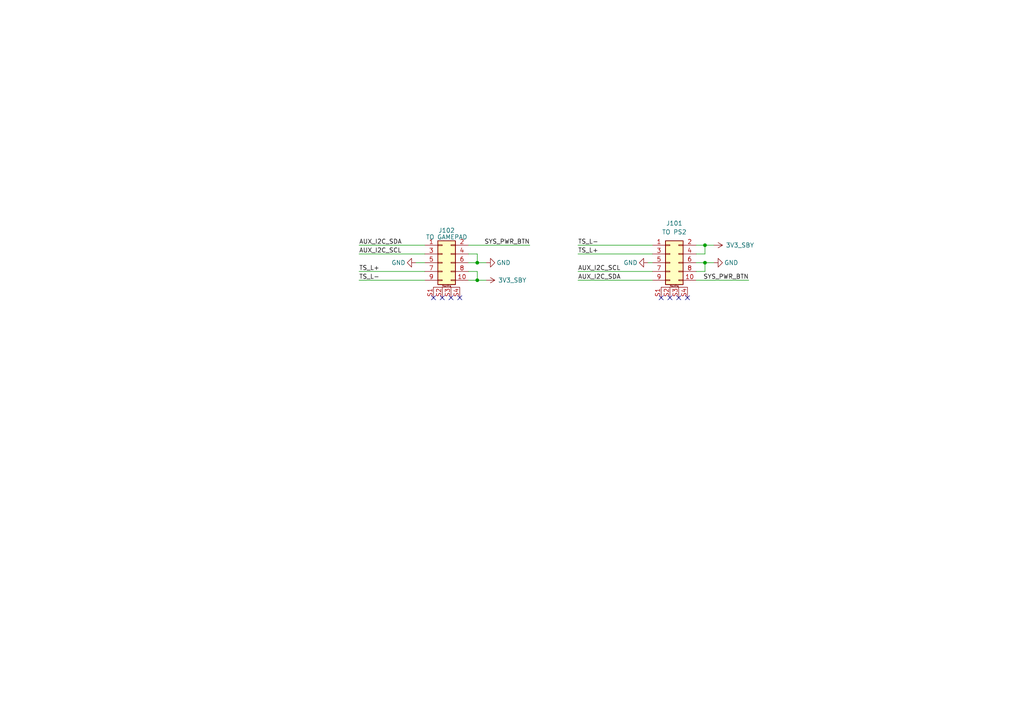
<source format=kicad_sch>
(kicad_sch (version 20230121) (generator eeschema)
  (paper "A4")
  (lib_symbols
    (symbol "PS2:3V5_SBY" (power) (pin_names (offset 0))
      (property "Value" "3V3_SBY" (at 0 3.556 0))
      (symbol "3V5_SBY_0_1"
        (polyline (pts (xy -0.762 1.27) (xy 0 2.54)))
        (polyline (pts (xy 0 0) (xy 0 2.54)))
        (polyline (pts (xy 0 2.54) (xy 0.762 1.27)))
      )
      (symbol "3V5_SBY_1_1"
        (pin power_in line (at 0 0 90) (length 0) hide (name "3V3_SBY") (number "1"))
      )
    )
    (symbol "PS2:DF40C-10DP-0.4V" (pin_names (offset 1.016) hide)
      (property "Reference" "J" (at 1.27 7.62 0))
      (property "Value" "DF40C-10DP" (at 6.35 -7.62 0))
      (symbol "DF40C-10DP-0.4V_1_1"
        (rectangle (start -1.27 -4.953) (end 0 -5.207) (stroke (width 0.1524)))
        (rectangle (start -1.27 -2.413) (end 0 -2.667) (stroke (width 0.1524)))
        (rectangle (start -1.27 0.127) (end 0 -0.127) (stroke (width 0.1524)))
        (rectangle (start -1.27 2.667) (end 0 2.413) (stroke (width 0.1524)))
        (rectangle (start -1.27 5.207) (end 0 4.953) (stroke (width 0.1524)))
        (rectangle (start -1.27 6.35) (end 3.81 -6.35) (stroke (width 0.254)) (fill (type background)))
        (polyline (pts (xy -2.54 -7.112) (xy 5.08 -7.112)) (stroke (width 0.1524)))
        (rectangle (start 3.81 -4.953) (end 2.54 -5.207) (stroke (width 0.1524)))
        (rectangle (start 3.81 -2.413) (end 2.54 -2.667) (stroke (width 0.1524)))
        (rectangle (start 3.81 0.127) (end 2.54 -0.127) (stroke (width 0.1524)))
        (rectangle (start 3.81 2.667) (end 2.54 2.413) (stroke (width 0.1524)))
        (rectangle (start 3.81 5.207) (end 2.54 4.953) (stroke (width 0.1524)))
        (text "Mounting" (at 1.27 -6.731 0) (effects (font (size 0.381 0.381))))
        (pin passive line (at -5.08 5.08 0) (length 3.81) (name "Pin_1") (number "1"))
        (pin passive line (at 7.62 -5.08 180) (length 3.81) (name "Pin_10") (number "10"))
        (pin passive line (at 7.62 5.08 180) (length 3.81) (name "Pin_2") (number "2"))
        (pin passive line (at -5.08 2.54 0) (length 3.81) (name "Pin_3") (number "3"))
        (pin passive line (at 7.62 2.54 180) (length 3.81) (name "Pin_4") (number "4"))
        (pin passive line (at -5.08 0 0) (length 3.81) (name "Pin_5") (number "5"))
        (pin passive line (at 7.62 0 180) (length 3.81) (name "Pin_6") (number "6"))
        (pin passive line (at -5.08 -2.54 0) (length 3.81) (name "Pin_7") (number "7"))
        (pin passive line (at 7.62 -2.54 180) (length 3.81) (name "Pin_8") (number "8"))
        (pin passive line (at -5.08 -5.08 0) (length 3.81) (name "Pin_9") (number "9"))
        (pin passive line (at -2.54 -10.16 90) (length 3.048) (name "MountPin") (number "S1"))
        (pin passive line (at 0 -10.16 90) (length 3.048) (name "MountPin") (number "S2"))
        (pin passive line (at 2.54 -10.16 90) (length 3.048) (name "MountPin") (number "S3"))
        (pin passive line (at 5.08 -10.16 90) (length 3.048) (name "MountPin") (number "S4"))
      )
    )
    (symbol "power:GND" (power) (pin_names (offset 0))
      (property "Value" "GND" (at 0 -3.81 0))
      (symbol "GND_0_1"
        (polyline (pts (xy 0 0) (xy 0 -1.27) (xy 1.27 -1.27) (xy 0 -2.54) (xy -1.27 -1.27) (xy 0 -1.27)))
      )
      (symbol "GND_1_1"
        (pin power_in line (at 0 0 270) (length 0) hide (name "GND") (number "1"))
      )
    )
  )
  (junction (at 204.47 71.12))
  (junction (at 138.43 76.2))
  (junction (at 138.43 81.28))
  (junction (at 204.47 76.2))
  (no_connect (at 133.35 86.36))
  (no_connect (at 194.31 86.36))
  (no_connect (at 191.77 86.36))
  (no_connect (at 199.39 86.36))
  (no_connect (at 125.73 86.36))
  (no_connect (at 128.27 86.36))
  (no_connect (at 196.85 86.36))
  (no_connect (at 130.81 86.36))
  (wire (pts (xy 167.64 71.12) (xy 189.23 71.12)))
  (wire (pts (xy 167.64 73.66) (xy 189.23 73.66)))
  (wire (pts (xy 201.93 78.74) (xy 204.47 78.74)))
  (wire (pts (xy 104.14 73.66) (xy 123.19 73.66)))
  (wire (pts (xy 201.93 73.66) (xy 204.47 73.66)))
  (wire (pts (xy 217.17 81.28) (xy 201.93 81.28)))
  (wire (pts (xy 204.47 73.66) (xy 204.47 71.12)))
  (wire (pts (xy 120.65 76.2) (xy 123.19 76.2)))
  (wire (pts (xy 167.64 78.74) (xy 189.23 78.74)))
  (wire (pts (xy 140.97 76.2) (xy 138.43 76.2)))
  (wire (pts (xy 204.47 71.12) (xy 207.01 71.12)))
  (wire (pts (xy 138.43 76.2) (xy 135.89 76.2)))
  (wire (pts (xy 207.01 76.2) (xy 204.47 76.2)))
  (wire (pts (xy 138.43 73.66) (xy 138.43 76.2)))
  (wire (pts (xy 104.14 78.74) (xy 123.19 78.74)))
  (wire (pts (xy 167.64 81.28) (xy 189.23 81.28)))
  (wire (pts (xy 104.14 71.12) (xy 123.19 71.12)))
  (wire (pts (xy 138.43 81.28) (xy 140.97 81.28)))
  (wire (pts (xy 135.89 78.74) (xy 138.43 78.74)))
  (wire (pts (xy 138.43 78.74) (xy 138.43 81.28)))
  (wire (pts (xy 187.96 76.2) (xy 189.23 76.2)))
  (wire (pts (xy 138.43 73.66) (xy 135.89 73.66)))
  (wire (pts (xy 204.47 78.74) (xy 204.47 76.2)))
  (wire (pts (xy 104.14 81.28) (xy 123.19 81.28)))
  (wire (pts (xy 135.89 81.28) (xy 138.43 81.28)))
  (wire (pts (xy 201.93 76.2) (xy 204.47 76.2)))
  (wire (pts (xy 135.89 71.12) (xy 153.67 71.12)))
  (wire (pts (xy 201.93 71.12) (xy 204.47 71.12)))
  (label "TS_L+" (at 104.14 78.74 0))
  (label "TS_L-" (at 104.14 81.28 0))
  (label "AUX_I2C_SDA" (at 104.14 71.12 0))
  (label "AUX_I2C_SCL" (at 167.64 78.74 0))
  (label "TS_L+" (at 167.64 73.66 0))
  (label "AUX_I2C_SCL" (at 104.14 73.66 0))
  (label "SYS_PWR_BTN" (at 217.17 81.28 180))
  (label "SYS_PWR_BTN" (at 153.67 71.12 180))
  (label "AUX_I2C_SDA" (at 167.64 81.28 0))
  (label "TS_L-" (at 167.64 71.12 0))
  (symbol (lib_id "power:GND") (at 140.97 76.2 90) (mirror x) (unit 1)
    (property "Reference" "#PWR0131" (effects hide))
    (property "Value" "GND" (at 146.05 76.2 90))
  )
  (symbol (lib_id "power:GND") (at 207.01 76.2 90) (unit 1)
    (property "Reference" "#PWR0105" (effects hide))
    (property "Value" "GND" (at 212.09 76.2 90))
  )
  (symbol (lib_id "PS2:3V5_SBY") (at 207.01 71.12 270) (unit 1)
    (property "Reference" "#PWR0107" (effects hide))
    (property "Value" "3V3_SBY" (at 214.63 71.12 90))
  )
  (symbol (lib_id "PS2:3V5_SBY") (at 140.97 81.28 270) (mirror x) (unit 1)
    (property "Reference" "#PWR0133" (effects hide))
    (property "Value" "3V3_SBY" (at 148.59 81.28 90))
  )
  (symbol (lib_id "power:GND") (at 187.96 76.2 270) (unit 1)
    (property "Reference" "#PWR0101" (effects hide))
    (property "Value" "GND" (at 182.88 76.2 90))
  )
  (symbol (lib_id "PS2:DF40C-10DP-0.4V") (at 128.27 76.2 0) (unit 1)
    (property "Reference" "J102" (at 129.54 66.8401 0))
    (property "Value" "TO GAMEPAD" (at 129.54 68.7611 0))
    (property "Footprint" "PS2:DF40C-10DP-0.4V51_HIR" (effects hide))
    (property "Datasheet" "https://www.hirose.com/en/product/document?clcode=&productname=&series=DF40&documenttype=Catalog&lang=en&documentid=en_DF40_CAT" (effects hide))
    (property "Part Number" "DF40C-10DP-0.4V(51)" (effects hide))
  )
  (symbol (lib_id "power:GND") (at 120.65 76.2 270) (mirror x) (unit 1)
    (property "Reference" "#PWR0126" (effects hide))
    (property "Value" "GND" (at 115.57 76.2 90))
  )
  (symbol (lib_id "PS2:DF40C-10DP-0.4V") (at 194.31 76.2 0) (unit 1)
    (property "Reference" "J101" (at 195.58 64.77 0))
    (property "Value" "TO PS2" (at 195.58 67.31 0))
    (property "Footprint" "PS2:DF40C-10DP-0.4V51_HIR" (effects hide))
    (property "Datasheet" "https://www.hirose.com/en/product/document?clcode=&productname=&series=DF40&documenttype=Catalog&lang=en&documentid=en_DF40_CAT" (effects hide))
    (property "Part Number" "DF40C-10DP-0.4V(51)" (effects hide))
  )
)
</source>
